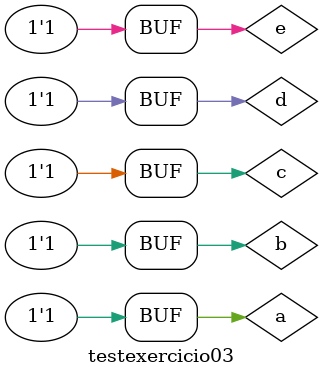
<source format=v>



module exercicio03 (s, a, b, c, d, e);

input a, b, c, d, e;
output s;

and AND1 (s1, b, c, e);
and AND2 (s2, b, c, d);
and AND3 (s3, c, d, e);
and AND4 (s4, ~a, ~b, ~d);
and AND5 (s5, ~a, b, ~c, ~d);
and AND6 (s6, a, ~b, c, ~d);
and AND7 (s7, a, b, d, e);
and AND8 (s8, a, ~b, ~c, ~d, e);
and AND9 (s9, a, ~b, ~c, d, ~e);
or OR1 (s, s1, s2, s3, s4, s5, s6, s7, s8, s9);

endmodule

//--------------------------------
//------ TESTE DO EXERCICIO 03
//--------------------------------

module testexercicio03;

reg a, b, c, d, e;
wire s;

exercicio03 EX3 (s, a, b, c, d, e);


initial begin

$display ("Bruno Santiago Pinheiro");
$display ("Matricula: 405792");
$display ("Simplificacao do circuito dado no exercicio02 guia08");
$display ("a b c d e = s");

#1 a=0; b=0; c=0; d=0; e=0;

$monitor ("%b %b %b %b %b = %b",a, b, c, d, e, s);


#1 a=0; b=0; c=0; d=0; e=1;
#1 a=0; b=0; c=0; d=1; e=0;
#1 a=0; b=0; c=0; d=1; e=1;
#1 a=0; b=0; c=1; d=0; e=0;
#1 a=0; b=0; c=1; d=0; e=1;
#1 a=0; b=0; c=1; d=1; e=0;
#1 a=0; b=0; c=1; d=1; e=1;
#1 a=0; b=1; c=0; d=0; e=0;
#1 a=0; b=1; c=0; d=0; e=1;
#1 a=0; b=1; c=0; d=1; e=0;
#1 a=0; b=1; c=0; d=1; e=1;
#1 a=0; b=1; c=1; d=0; e=0;
#1 a=0; b=1; c=1; d=0; e=1;
#1 a=0; b=1; c=1; d=1; e=0;
#1 a=0; b=1; c=1; d=1; e=1;
#1 a=1; b=0; c=0; d=0; e=0;
#1 a=1; b=0; c=0; d=0; e=1;
#1 a=1; b=0; c=0; d=1; e=0;
#1 a=1; b=0; c=0; d=1; e=1;
#1 a=1; b=0; c=1; d=0; e=0;
#1 a=1; b=0; c=1; d=0; e=1;
#1 a=1; b=0; c=1; d=1; e=0;
#1 a=1; b=0; c=1; d=1; e=1;
#1 a=1; b=1; c=0; d=0; e=0;
#1 a=1; b=1; c=0; d=0; e=1;
#1 a=1; b=1; c=0; d=1; e=0;
#1 a=1; b=1; c=0; d=1; e=1;
#1 a=1; b=1; c=1; d=0; e=0;
#1 a=1; b=1; c=1; d=0; e=1;
#1 a=1; b=1; c=1; d=1; e=0;
#1 a=1; b=1; c=1; d=1; e=1;




end
endmodule

//-- Exercicio feito no ConTEXT, não consegui copiar o teste feito.
</source>
